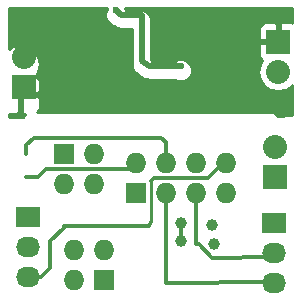
<source format=gbr>
G04 #@! TF.FileFunction,Copper,L2,Bot,Signal*
%FSLAX46Y46*%
G04 Gerber Fmt 4.6, Leading zero omitted, Abs format (unit mm)*
G04 Created by KiCad (PCBNEW (after 2015-may-25 BZR unknown)-product) date 6/17/2015 12:04:09 AM*
%MOMM*%
G01*
G04 APERTURE LIST*
%ADD10C,0.100000*%
%ADD11R,2.032000X2.032000*%
%ADD12O,2.032000X2.032000*%
%ADD13R,1.727200X1.727200*%
%ADD14O,1.727200X1.727200*%
%ADD15R,2.032000X1.727200*%
%ADD16O,2.032000X1.727200*%
%ADD17C,1.000000*%
%ADD18C,0.600000*%
%ADD19C,0.350000*%
%ADD20C,0.250000*%
%ADD21C,0.500000*%
%ADD22C,0.254000*%
G04 APERTURE END LIST*
D10*
D11*
X24955500Y-25019000D03*
D12*
X24955500Y-22479000D03*
D11*
X46482000Y-21209000D03*
D12*
X46482000Y-23749000D03*
D13*
X34417000Y-34036000D03*
D14*
X34417000Y-31496000D03*
X36957000Y-34036000D03*
X36957000Y-31496000D03*
X39497000Y-34036000D03*
X39497000Y-31496000D03*
X42037000Y-34036000D03*
X42037000Y-31496000D03*
D13*
X31750000Y-41402000D03*
D14*
X29210000Y-41402000D03*
X31750000Y-38862000D03*
X29210000Y-38862000D03*
D11*
X46228000Y-32639000D03*
D12*
X46228000Y-30099000D03*
D15*
X25273000Y-36068000D03*
D16*
X25273000Y-38608000D03*
X25273000Y-41148000D03*
D15*
X46101000Y-36512500D03*
D16*
X46101000Y-39052500D03*
X46101000Y-41592500D03*
D13*
X28321000Y-30734000D03*
D14*
X30861000Y-30734000D03*
X28321000Y-33274000D03*
X30861000Y-33274000D03*
D17*
X38227000Y-38100000D03*
X38227000Y-36576000D03*
X41021000Y-38354000D03*
X40894000Y-36703000D03*
D18*
X32766000Y-18542000D03*
X38227000Y-23241000D03*
X24511000Y-20574000D03*
X25039000Y-19050000D03*
X27114500Y-25781000D03*
X35687000Y-25654000D03*
D17*
X46545500Y-19050000D03*
D19*
X38227000Y-36576000D02*
X38227000Y-38100000D01*
X40894000Y-36703000D02*
X40767000Y-36830000D01*
X39497000Y-34036000D02*
X39497000Y-38354000D01*
X40893206Y-39496206D02*
X45847000Y-39433500D01*
X39751000Y-38354000D02*
X40893206Y-39496206D01*
X39497000Y-38354000D02*
X39751000Y-38354000D01*
X36957000Y-34036000D02*
X36957000Y-38100000D01*
X36957000Y-41592050D02*
X45847000Y-41529000D01*
X36957000Y-38100000D02*
X36957000Y-41592050D01*
X42037000Y-31496000D02*
X41783000Y-31496000D01*
X28321000Y-36957000D02*
X27178000Y-38100000D01*
X27178000Y-38100000D02*
X27178000Y-40386000D01*
X27178000Y-40386000D02*
X26416000Y-41148000D01*
X26416000Y-41148000D02*
X25273000Y-41148000D01*
X41783000Y-31496000D02*
X40513000Y-32766000D01*
X35560000Y-36830000D02*
X28321000Y-36830000D01*
X35687000Y-36449000D02*
X35560000Y-36830000D01*
D20*
X35687000Y-33020000D02*
X35687000Y-36449000D01*
D19*
X35941000Y-32766000D02*
X35687000Y-33020000D01*
X40513000Y-32766000D02*
X35941000Y-32766000D01*
X28321000Y-36830000D02*
X28321000Y-36957000D01*
X36957000Y-29718000D02*
X36576000Y-29337000D01*
X36576000Y-29337000D02*
X25781000Y-29337000D01*
X25781000Y-29337000D02*
X25146000Y-29972000D01*
X25146000Y-29972000D02*
X25146000Y-30734000D01*
X36957000Y-31496000D02*
X36957000Y-29718000D01*
X33909000Y-32004000D02*
X34417000Y-31496000D01*
X26162000Y-32639000D02*
X26797000Y-32004000D01*
X26797000Y-32004000D02*
X33909000Y-32004000D01*
X25146000Y-32639000D02*
X26162000Y-32639000D01*
D21*
X32766000Y-18542000D02*
X33147000Y-18923000D01*
X33147000Y-18923000D02*
X34925000Y-18923000D01*
X34925000Y-18923000D02*
X34925000Y-19177000D01*
X34925000Y-19177000D02*
X34925000Y-22860000D01*
X34925000Y-22860000D02*
X35560000Y-23241000D01*
X35560000Y-23241000D02*
X38227000Y-23241000D01*
D22*
G36*
X47702000Y-27435458D02*
X46407116Y-27441997D01*
X46331368Y-27328632D01*
X46109138Y-27180143D01*
X45847000Y-27128000D01*
X26094025Y-27128000D01*
X26192327Y-27029699D01*
X26289000Y-26796310D01*
X26289000Y-26543691D01*
X26289000Y-25939750D01*
X26130250Y-25781000D01*
X24765000Y-25781000D01*
X24765000Y-27146250D01*
X24923750Y-27305000D01*
X25077999Y-27305000D01*
X25042632Y-27328632D01*
X24894285Y-27550648D01*
X23672000Y-27556821D01*
X23672000Y-27305000D01*
X24352250Y-27305000D01*
X24511000Y-27146250D01*
X24511000Y-25781000D01*
X24491000Y-25781000D01*
X24491000Y-25527000D01*
X24511000Y-25527000D01*
X24511000Y-25507000D01*
X24765000Y-25507000D01*
X24765000Y-25527000D01*
X26130250Y-25527000D01*
X26289000Y-25368250D01*
X26289000Y-24764309D01*
X26289000Y-24511690D01*
X26192327Y-24278301D01*
X26013698Y-24099673D01*
X25971034Y-24082001D01*
X26195670Y-23745810D01*
X26321345Y-23114000D01*
X26195670Y-22482190D01*
X25837778Y-21946567D01*
X25302155Y-21588675D01*
X24670345Y-21463000D01*
X24605655Y-21463000D01*
X23973845Y-21588675D01*
X23672000Y-21790361D01*
X23672000Y-18338000D01*
X32028576Y-18338000D01*
X31973808Y-18392673D01*
X31831162Y-18736201D01*
X31830838Y-19108167D01*
X31972883Y-19451943D01*
X32235673Y-19715192D01*
X32538370Y-19840883D01*
X32574243Y-19876756D01*
X32574244Y-19876756D01*
X32705635Y-19964549D01*
X32837026Y-20052342D01*
X32837027Y-20052342D01*
X33147000Y-20114000D01*
X34115000Y-20114000D01*
X34115000Y-23241000D01*
X34134361Y-23338334D01*
X34139185Y-23437454D01*
X34164908Y-23491906D01*
X34176658Y-23550974D01*
X34231791Y-23633487D01*
X34274181Y-23723218D01*
X34318786Y-23763683D01*
X34352244Y-23813756D01*
X34434755Y-23868888D01*
X34508258Y-23935569D01*
X35143259Y-24316569D01*
X35199951Y-24336883D01*
X35250026Y-24370342D01*
X35347361Y-24389703D01*
X35440782Y-24423178D01*
X35500932Y-24420250D01*
X35560000Y-24432000D01*
X37739559Y-24432000D01*
X38040201Y-24556838D01*
X38412167Y-24557162D01*
X38755943Y-24415117D01*
X39019192Y-24152327D01*
X39161838Y-23808799D01*
X39162162Y-23436833D01*
X39020117Y-23093057D01*
X38757327Y-22829808D01*
X38413799Y-22687162D01*
X38041833Y-22686838D01*
X37738917Y-22812000D01*
X35784357Y-22812000D01*
X35735000Y-22782385D01*
X35735000Y-19558000D01*
X35735000Y-19304000D01*
X35673342Y-18994026D01*
X35497756Y-18731244D01*
X35234974Y-18555658D01*
X34925000Y-18494000D01*
X33600412Y-18494000D01*
X33559117Y-18394057D01*
X33503157Y-18338000D01*
X47702000Y-18338000D01*
X47702000Y-19590180D01*
X47624309Y-19558000D01*
X46767750Y-19558000D01*
X46609000Y-19716750D01*
X46609000Y-21082000D01*
X46629000Y-21082000D01*
X46629000Y-21336000D01*
X46609000Y-21336000D01*
X46609000Y-21356000D01*
X46355000Y-21356000D01*
X46355000Y-21336000D01*
X46355000Y-21082000D01*
X46355000Y-19716750D01*
X46196250Y-19558000D01*
X45339691Y-19558000D01*
X45106302Y-19654673D01*
X44927673Y-19833301D01*
X44831000Y-20066690D01*
X44831000Y-20319309D01*
X44831000Y-20923250D01*
X44989750Y-21082000D01*
X46355000Y-21082000D01*
X46355000Y-21336000D01*
X44989750Y-21336000D01*
X44831000Y-21494750D01*
X44831000Y-22098691D01*
X44831000Y-22351310D01*
X44927673Y-22584699D01*
X45106302Y-22763327D01*
X45148965Y-22780998D01*
X44924330Y-23117190D01*
X44798655Y-23749000D01*
X44924330Y-24380810D01*
X45282222Y-24916433D01*
X45817845Y-25274325D01*
X46449655Y-25400000D01*
X46514345Y-25400000D01*
X47146155Y-25274325D01*
X47681778Y-24916433D01*
X47702000Y-24886168D01*
X47702000Y-27435458D01*
X47702000Y-27435458D01*
G37*
X47702000Y-27435458D02*
X46407116Y-27441997D01*
X46331368Y-27328632D01*
X46109138Y-27180143D01*
X45847000Y-27128000D01*
X26094025Y-27128000D01*
X26192327Y-27029699D01*
X26289000Y-26796310D01*
X26289000Y-26543691D01*
X26289000Y-25939750D01*
X26130250Y-25781000D01*
X24765000Y-25781000D01*
X24765000Y-27146250D01*
X24923750Y-27305000D01*
X25077999Y-27305000D01*
X25042632Y-27328632D01*
X24894285Y-27550648D01*
X23672000Y-27556821D01*
X23672000Y-27305000D01*
X24352250Y-27305000D01*
X24511000Y-27146250D01*
X24511000Y-25781000D01*
X24491000Y-25781000D01*
X24491000Y-25527000D01*
X24511000Y-25527000D01*
X24511000Y-25507000D01*
X24765000Y-25507000D01*
X24765000Y-25527000D01*
X26130250Y-25527000D01*
X26289000Y-25368250D01*
X26289000Y-24764309D01*
X26289000Y-24511690D01*
X26192327Y-24278301D01*
X26013698Y-24099673D01*
X25971034Y-24082001D01*
X26195670Y-23745810D01*
X26321345Y-23114000D01*
X26195670Y-22482190D01*
X25837778Y-21946567D01*
X25302155Y-21588675D01*
X24670345Y-21463000D01*
X24605655Y-21463000D01*
X23973845Y-21588675D01*
X23672000Y-21790361D01*
X23672000Y-18338000D01*
X32028576Y-18338000D01*
X31973808Y-18392673D01*
X31831162Y-18736201D01*
X31830838Y-19108167D01*
X31972883Y-19451943D01*
X32235673Y-19715192D01*
X32538370Y-19840883D01*
X32574243Y-19876756D01*
X32574244Y-19876756D01*
X32705635Y-19964549D01*
X32837026Y-20052342D01*
X32837027Y-20052342D01*
X33147000Y-20114000D01*
X34115000Y-20114000D01*
X34115000Y-23241000D01*
X34134361Y-23338334D01*
X34139185Y-23437454D01*
X34164908Y-23491906D01*
X34176658Y-23550974D01*
X34231791Y-23633487D01*
X34274181Y-23723218D01*
X34318786Y-23763683D01*
X34352244Y-23813756D01*
X34434755Y-23868888D01*
X34508258Y-23935569D01*
X35143259Y-24316569D01*
X35199951Y-24336883D01*
X35250026Y-24370342D01*
X35347361Y-24389703D01*
X35440782Y-24423178D01*
X35500932Y-24420250D01*
X35560000Y-24432000D01*
X37739559Y-24432000D01*
X38040201Y-24556838D01*
X38412167Y-24557162D01*
X38755943Y-24415117D01*
X39019192Y-24152327D01*
X39161838Y-23808799D01*
X39162162Y-23436833D01*
X39020117Y-23093057D01*
X38757327Y-22829808D01*
X38413799Y-22687162D01*
X38041833Y-22686838D01*
X37738917Y-22812000D01*
X35784357Y-22812000D01*
X35735000Y-22782385D01*
X35735000Y-19558000D01*
X35735000Y-19304000D01*
X35673342Y-18994026D01*
X35497756Y-18731244D01*
X35234974Y-18555658D01*
X34925000Y-18494000D01*
X33600412Y-18494000D01*
X33559117Y-18394057D01*
X33503157Y-18338000D01*
X47702000Y-18338000D01*
X47702000Y-19590180D01*
X47624309Y-19558000D01*
X46767750Y-19558000D01*
X46609000Y-19716750D01*
X46609000Y-21082000D01*
X46629000Y-21082000D01*
X46629000Y-21336000D01*
X46609000Y-21336000D01*
X46609000Y-21356000D01*
X46355000Y-21356000D01*
X46355000Y-21336000D01*
X46355000Y-21082000D01*
X46355000Y-19716750D01*
X46196250Y-19558000D01*
X45339691Y-19558000D01*
X45106302Y-19654673D01*
X44927673Y-19833301D01*
X44831000Y-20066690D01*
X44831000Y-20319309D01*
X44831000Y-20923250D01*
X44989750Y-21082000D01*
X46355000Y-21082000D01*
X46355000Y-21336000D01*
X44989750Y-21336000D01*
X44831000Y-21494750D01*
X44831000Y-22098691D01*
X44831000Y-22351310D01*
X44927673Y-22584699D01*
X45106302Y-22763327D01*
X45148965Y-22780998D01*
X44924330Y-23117190D01*
X44798655Y-23749000D01*
X44924330Y-24380810D01*
X45282222Y-24916433D01*
X45817845Y-25274325D01*
X46449655Y-25400000D01*
X46514345Y-25400000D01*
X47146155Y-25274325D01*
X47681778Y-24916433D01*
X47702000Y-24886168D01*
X47702000Y-27435458D01*
M02*

</source>
